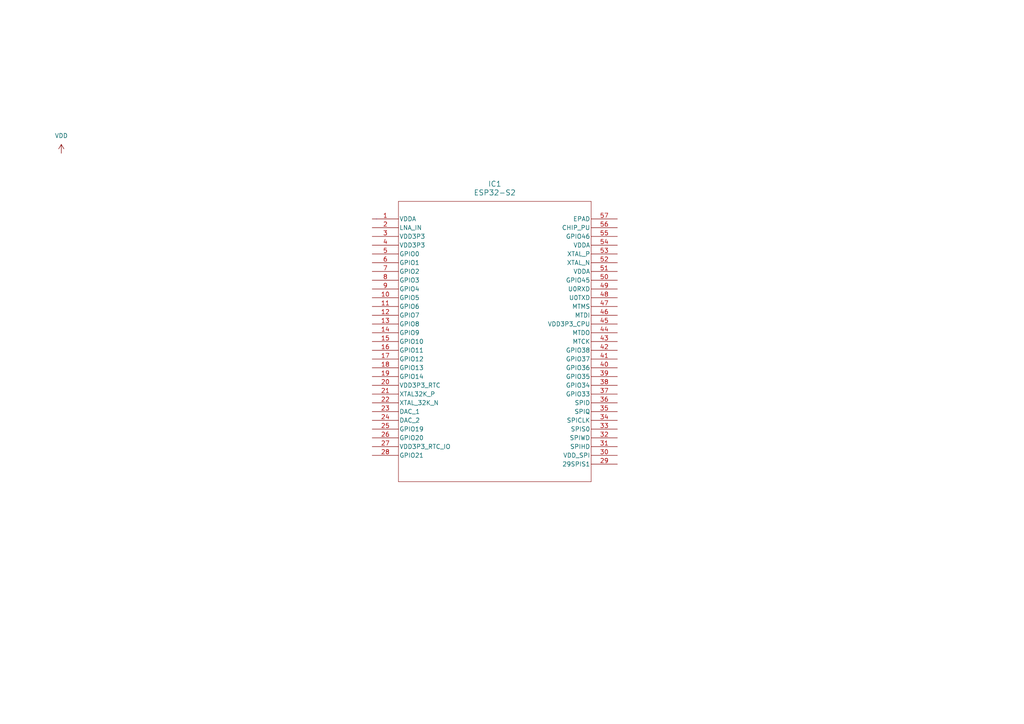
<source format=kicad_sch>
(kicad_sch (version 20230121) (generator eeschema)
  (paper "A4")
  (lib_symbols
    (symbol "2023-10-27_15-39-09:ESP32-S2" (pin_names (offset 0.254))
      (property "Reference" "IC" (at 35.56 10.16 0))
      (property "Value" "ESP32-S2" (at 35.56 7.62 0))
      (symbol "ESP32-S2_0_1"
        (polyline (pts (xy 7.62 -76.2) (xy 63.5 -76.2)) (stroke (width 0.127)))
        (polyline (pts (xy 7.62 5.08) (xy 7.62 -76.2)) (stroke (width 0.127)))
        (polyline (pts (xy 63.5 -76.2) (xy 63.5 5.08)) (stroke (width 0.127)))
        (polyline (pts (xy 63.5 5.08) (xy 7.62 5.08)) (stroke (width 0.127)))
        (pin power_in line (at 0 0 0) (length 7.62) (name "VDDA") (number "1"))
        (pin bidirectional line (at 0 -22.86 0) (length 7.62) (name "GPIO5") (number "10"))
        (pin bidirectional line (at 0 -25.4 0) (length 7.62) (name "GPIO6") (number "11"))
        (pin bidirectional line (at 0 -27.94 0) (length 7.62) (name "GPIO7") (number "12"))
        (pin bidirectional line (at 0 -30.48 0) (length 7.62) (name "GPIO8") (number "13"))
        (pin bidirectional line (at 0 -33.02 0) (length 7.62) (name "GPIO9") (number "14"))
        (pin bidirectional line (at 0 -35.56 0) (length 7.62) (name "GPIO10") (number "15"))
        (pin bidirectional line (at 0 -38.1 0) (length 7.62) (name "GPIO11") (number "16"))
        (pin bidirectional line (at 0 -40.64 0) (length 7.62) (name "GPIO12") (number "17"))
        (pin bidirectional line (at 0 -43.18 0) (length 7.62) (name "GPIO13") (number "18"))
        (pin bidirectional line (at 0 -45.72 0) (length 7.62) (name "GPIO14") (number "19"))
        (pin unspecified line (at 0 -2.54 0) (length 7.62) (name "LNA_IN") (number "2"))
        (pin power_in line (at 0 -48.26 0) (length 7.62) (name "VDD3P3_RTC") (number "20"))
        (pin unspecified line (at 0 -50.8 0) (length 7.62) (name "XTAL32K_P") (number "21"))
        (pin unspecified line (at 0 -53.34 0) (length 7.62) (name "XTAL_32K_N") (number "22"))
        (pin bidirectional line (at 0 -55.88 0) (length 7.62) (name "DAC_1") (number "23"))
        (pin bidirectional line (at 0 -58.42 0) (length 7.62) (name "DAC_2") (number "24"))
        (pin bidirectional line (at 0 -60.96 0) (length 7.62) (name "GPIO19") (number "25"))
        (pin bidirectional line (at 0 -63.5 0) (length 7.62) (name "GPIO20") (number "26"))
        (pin power_in line (at 0 -66.04 0) (length 7.62) (name "VDD3P3_RTC_IO") (number "27"))
        (pin bidirectional line (at 0 -68.58 0) (length 7.62) (name "GPIO21") (number "28"))
        (pin unspecified line (at 71.12 -71.12 180) (length 7.62) (name "29SPIS1") (number "29"))
        (pin power_in line (at 0 -5.08 0) (length 7.62) (name "VDD3P3") (number "3"))
        (pin power_in line (at 71.12 -68.58 180) (length 7.62) (name "VDD_SPI") (number "30"))
        (pin unspecified line (at 71.12 -66.04 180) (length 7.62) (name "SPIHD") (number "31"))
        (pin unspecified line (at 71.12 -63.5 180) (length 7.62) (name "SPIWD") (number "32"))
        (pin unspecified line (at 71.12 -60.96 180) (length 7.62) (name "SPIS0") (number "33"))
        (pin unspecified line (at 71.12 -58.42 180) (length 7.62) (name "SPICLK") (number "34"))
        (pin unspecified line (at 71.12 -55.88 180) (length 7.62) (name "SPIQ") (number "35"))
        (pin unspecified line (at 71.12 -53.34 180) (length 7.62) (name "SPID") (number "36"))
        (pin bidirectional line (at 71.12 -50.8 180) (length 7.62) (name "GPIO33") (number "37"))
        (pin bidirectional line (at 71.12 -48.26 180) (length 7.62) (name "GPIO34") (number "38"))
        (pin bidirectional line (at 71.12 -45.72 180) (length 7.62) (name "GPIO35") (number "39"))
        (pin power_in line (at 0 -7.62 0) (length 7.62) (name "VDD3P3") (number "4"))
        (pin bidirectional line (at 71.12 -43.18 180) (length 7.62) (name "GPIO36") (number "40"))
        (pin bidirectional line (at 71.12 -40.64 180) (length 7.62) (name "GPIO37") (number "41"))
        (pin bidirectional line (at 71.12 -38.1 180) (length 7.62) (name "GPIO38") (number "42"))
        (pin unspecified line (at 71.12 -35.56 180) (length 7.62) (name "MTCK") (number "43"))
        (pin unspecified line (at 71.12 -33.02 180) (length 7.62) (name "MTDO") (number "44"))
        (pin power_in line (at 71.12 -30.48 180) (length 7.62) (name "VDD3P3_CPU") (number "45"))
        (pin unspecified line (at 71.12 -27.94 180) (length 7.62) (name "MTDI") (number "46"))
        (pin unspecified line (at 71.12 -25.4 180) (length 7.62) (name "MTMS") (number "47"))
        (pin bidirectional line (at 71.12 -22.86 180) (length 7.62) (name "U0TXD") (number "48"))
        (pin bidirectional line (at 71.12 -20.32 180) (length 7.62) (name "U0RXD") (number "49"))
        (pin bidirectional line (at 0 -10.16 0) (length 7.62) (name "GPIO0") (number "5"))
        (pin bidirectional line (at 71.12 -17.78 180) (length 7.62) (name "GPIO45") (number "50"))
        (pin power_in line (at 71.12 -15.24 180) (length 7.62) (name "VDDA") (number "51"))
        (pin unspecified line (at 71.12 -12.7 180) (length 7.62) (name "XTAL_N") (number "52"))
        (pin unspecified line (at 71.12 -10.16 180) (length 7.62) (name "XTAL_P") (number "53"))
        (pin power_in line (at 71.12 -7.62 180) (length 7.62) (name "VDDA") (number "54"))
        (pin bidirectional line (at 71.12 -5.08 180) (length 7.62) (name "GPIO46") (number "55"))
        (pin unspecified line (at 71.12 -2.54 180) (length 7.62) (name "CHIP_PU") (number "56"))
        (pin unspecified line (at 71.12 0 180) (length 7.62) (name "EPAD") (number "57"))
        (pin bidirectional line (at 0 -12.7 0) (length 7.62) (name "GPIO1") (number "6"))
        (pin bidirectional line (at 0 -15.24 0) (length 7.62) (name "GPIO2") (number "7"))
        (pin bidirectional line (at 0 -17.78 0) (length 7.62) (name "GPIO3") (number "8"))
        (pin bidirectional line (at 0 -20.32 0) (length 7.62) (name "GPIO4") (number "9"))
      )
    )
    (symbol "power:VDD" (power) (pin_names (offset 0))
      (property "Value" "VDD" (at 0 3.81 0))
      (symbol "VDD_0_1"
        (polyline (pts (xy -0.762 1.27) (xy 0 2.54)))
        (polyline (pts (xy 0 0) (xy 0 2.54)))
        (polyline (pts (xy 0 2.54) (xy 0.762 1.27)))
      )
      (symbol "VDD_1_1"
        (pin power_in line (at 0 0 90) (length 0) hide (name "VDD") (number "1"))
      )
    )
  )
  (rectangle (start 109.22 63.5) (end 109.22 63.5))
  (symbol (lib_id "power:VDD") (at 17.78 44.45 0) (unit 1)
    (property "Reference" "#PWR01" (effects hide))
    (property "Value" "VDD" (at 17.78 39.37 0))
  )
  (symbol (lib_id "2023-10-27_15-39-09:ESP32-S2") (at 107.95 63.5 0) (unit 1)
    (property "Reference" "IC1" (at 143.51 53.34 0) (effects (font (size 1.524 1.524))))
    (property "Value" "ESP32-S2" (at 143.51 55.88 0) (effects (font (size 1.524 1.524))))
    (property "Footprint" "QFN56_ESP32_7X7_EXP" (effects hide))
    (property "Datasheet" "ESP32-S2" (effects hide))
  )
)
</source>
